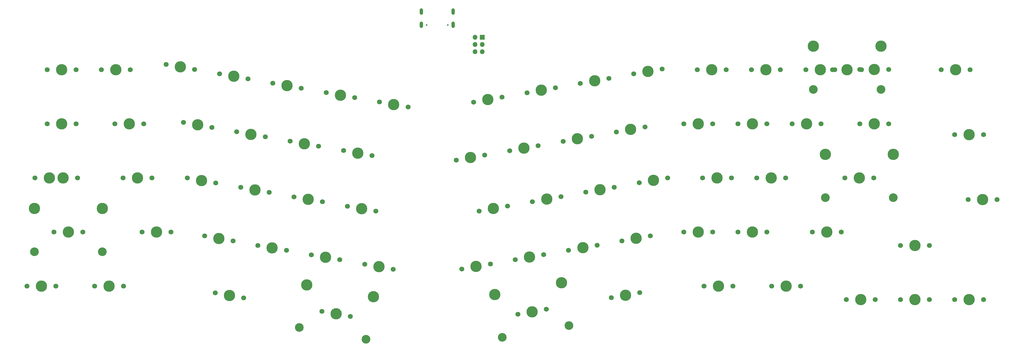
<source format=gts>
G04 #@! TF.GenerationSoftware,KiCad,Pcbnew,(5.1.6)-1*
G04 #@! TF.CreationDate,2020-08-21T11:05:10+09:00*
G04 #@! TF.ProjectId,trifecta,74726966-6563-4746-912e-6b696361645f,rev?*
G04 #@! TF.SameCoordinates,Original*
G04 #@! TF.FileFunction,Soldermask,Top*
G04 #@! TF.FilePolarity,Negative*
%FSLAX46Y46*%
G04 Gerber Fmt 4.6, Leading zero omitted, Abs format (unit mm)*
G04 Created by KiCad (PCBNEW (5.1.6)-1) date 2020-08-21 11:05:10*
%MOMM*%
%LPD*%
G01*
G04 APERTURE LIST*
%ADD10O,1.700000X1.700000*%
%ADD11R,1.700000X1.700000*%
%ADD12C,3.987800*%
%ADD13C,1.750000*%
%ADD14O,1.200000X2.300000*%
%ADD15C,0.600000*%
%ADD16C,3.048000*%
G04 APERTURE END LIST*
D10*
X154924760Y-3098800D03*
X157464760Y-3098800D03*
X154924760Y-558800D03*
X157464760Y-558800D03*
X154924760Y1981200D03*
D11*
X157464760Y1981200D03*
D12*
X153300000Y-40400000D03*
D13*
X148297177Y-41282133D03*
X158302823Y-39517867D03*
D14*
X136074000Y6415200D03*
X147224000Y6415200D03*
X136074000Y11015200D03*
X147224000Y11015200D03*
D15*
X137899000Y6335200D03*
X145399000Y6335200D03*
D12*
X285781250Y-9434746D03*
D13*
X280701250Y-9434746D03*
X290861250Y-9434746D03*
D16*
X273875000Y-16419746D03*
X297687500Y-16419746D03*
D12*
X273875000Y-1179746D03*
X297687500Y-1179746D03*
X240061250Y-47534746D03*
D13*
X234981250Y-47534746D03*
X245141250Y-47534746D03*
D12*
X240537500Y-85634746D03*
D13*
X235457500Y-85634746D03*
X245617500Y-85634746D03*
D12*
X5256250Y-47531250D03*
D13*
X176250Y-47531250D03*
X10336250Y-47531250D03*
D12*
X295306250Y-28484746D03*
D13*
X290226250Y-28484746D03*
X300386250Y-28484746D03*
D12*
X295341920Y-9407640D03*
D13*
X290261920Y-9407640D03*
X300421920Y-9407640D03*
D12*
X276383360Y-9417800D03*
D13*
X271303360Y-9417800D03*
X281463360Y-9417800D03*
D12*
X333447000Y-55188600D03*
D13*
X328367000Y-55188600D03*
X338527000Y-55188600D03*
D12*
X328671800Y-32328600D03*
D13*
X323591800Y-32328600D03*
X333751800Y-32328600D03*
D12*
X323947400Y-9468600D03*
D13*
X318867400Y-9468600D03*
X329027400Y-9468600D03*
D12*
X290067500Y-47534746D03*
D13*
X284987500Y-47534746D03*
X295147500Y-47534746D03*
D16*
X278161250Y-54519746D03*
X301973750Y-54519746D03*
D12*
X278161250Y-39279746D03*
X301973750Y-39279746D03*
X207863325Y-88846345D03*
D13*
X202860502Y-89728478D03*
X212866148Y-87964212D03*
D12*
X175018253Y-94701840D03*
D13*
X170015430Y-95583973D03*
X180021076Y-93819707D03*
D16*
X164505818Y-103648221D03*
X187956553Y-99513224D03*
D12*
X161859420Y-88639751D03*
X185310155Y-84504753D03*
X211586121Y-68812758D03*
D13*
X206583298Y-69694891D03*
X216588944Y-67930625D03*
D12*
X192825534Y-72120756D03*
D13*
X187822711Y-73002889D03*
X197828357Y-71238623D03*
D12*
X174064946Y-75428754D03*
D13*
X169062123Y-76310887D03*
X179067769Y-74546621D03*
D12*
X155304358Y-78736751D03*
D13*
X150301535Y-79618884D03*
X160307181Y-77854618D03*
D12*
X217658417Y-48398172D03*
D13*
X212655594Y-49280305D03*
X222661240Y-47516039D03*
D12*
X198897830Y-51706169D03*
D13*
X193895007Y-52588302D03*
X203900653Y-50824036D03*
D12*
X180125000Y-55025000D03*
D13*
X175122177Y-55907133D03*
X185127823Y-54142867D03*
D12*
X161376654Y-58322165D03*
D13*
X156373831Y-59204298D03*
X166379477Y-57440032D03*
D12*
X209660273Y-30464583D03*
D13*
X204657450Y-31346716D03*
X214663096Y-29582450D03*
D12*
X190899685Y-33772581D03*
D13*
X185896862Y-34654714D03*
X195902508Y-32890448D03*
D12*
X172139097Y-37080579D03*
D13*
X167136274Y-37962712D03*
X177141920Y-36198446D03*
D12*
X215732569Y-10049997D03*
D13*
X210729746Y-10932130D03*
X220735392Y-9167864D03*
D12*
X196971981Y-13357994D03*
D13*
X191969158Y-14240127D03*
X201974804Y-12475861D03*
D12*
X178211393Y-16665992D03*
D13*
X173208570Y-17548125D03*
X183214216Y-15783859D03*
D12*
X159450806Y-19973990D03*
D13*
X154447983Y-20856123D03*
X164453629Y-19091857D03*
D12*
X106052675Y-95430345D03*
D13*
X101049852Y-94548212D03*
X111055498Y-96312478D03*
D16*
X93114375Y-100241729D03*
X116565110Y-104376726D03*
D12*
X95760773Y-85233258D03*
X119211508Y-89368256D03*
X68568440Y-88914097D03*
D13*
X63565617Y-88031964D03*
X73571263Y-89796230D03*
D12*
X121118554Y-78806004D03*
D13*
X116115731Y-77923871D03*
X126121377Y-79688137D03*
D12*
X102357966Y-75498006D03*
D13*
X97355143Y-74615873D03*
X107360789Y-76380139D03*
D12*
X83597379Y-72190008D03*
D13*
X78594556Y-71307875D03*
X88600202Y-73072141D03*
D12*
X64836791Y-68882010D03*
D13*
X59833968Y-67999877D03*
X69839614Y-69764143D03*
D12*
X115046258Y-58391417D03*
D13*
X110043435Y-57509284D03*
X120049081Y-59273550D03*
D12*
X96285670Y-55083419D03*
D13*
X91282847Y-54201286D03*
X101288493Y-55965552D03*
D12*
X77525083Y-51775422D03*
D13*
X72522260Y-50893289D03*
X82527906Y-52657555D03*
D12*
X58764495Y-48467424D03*
D13*
X53761672Y-47585291D03*
X63767318Y-49349557D03*
D12*
X113664109Y-38803830D03*
D13*
X108661286Y-37921697D03*
X118666932Y-39685963D03*
D12*
X94903521Y-35495832D03*
D13*
X89900698Y-34613699D03*
X99906344Y-36377965D03*
D12*
X76142934Y-32187834D03*
D13*
X71140111Y-31305701D03*
X81145757Y-33069967D03*
D12*
X57382346Y-28879837D03*
D13*
X52379523Y-27997704D03*
X62385169Y-29761970D03*
D12*
X126352401Y-21697241D03*
D13*
X121349578Y-20815108D03*
X131355224Y-22579374D03*
D12*
X107591813Y-18389243D03*
D13*
X102588990Y-17507110D03*
X112594636Y-19271376D03*
D12*
X88831225Y-15081246D03*
D13*
X83828402Y-14199113D03*
X93834048Y-15963379D03*
D12*
X70070638Y-11773248D03*
D13*
X65067815Y-10891115D03*
X75073461Y-12655381D03*
D12*
X51310050Y-8465250D03*
D13*
X46307227Y-7583117D03*
X56312873Y-9347383D03*
D12*
X328643750Y-90397246D03*
D13*
X323563750Y-90397246D03*
X333723750Y-90397246D03*
D12*
X309593750Y-90397246D03*
D13*
X304513750Y-90397246D03*
X314673750Y-90397246D03*
D12*
X290543750Y-90397246D03*
D13*
X285463750Y-90397246D03*
X295623750Y-90397246D03*
D12*
X264350000Y-85634746D03*
D13*
X259270000Y-85634746D03*
X269430000Y-85634746D03*
D12*
X26225000Y-85634746D03*
D13*
X21145000Y-85634746D03*
X31305000Y-85634746D03*
D12*
X2412500Y-85634746D03*
D13*
X-2667500Y-85634746D03*
X7492500Y-85634746D03*
D12*
X309593750Y-71347246D03*
D13*
X304513750Y-71347246D03*
X314673750Y-71347246D03*
D12*
X278637500Y-66584746D03*
D13*
X273557500Y-66584746D03*
X283717500Y-66584746D03*
D12*
X252443750Y-66584746D03*
D13*
X247363750Y-66584746D03*
X257523750Y-66584746D03*
D12*
X233393750Y-66584746D03*
D13*
X228313750Y-66584746D03*
X238473750Y-66584746D03*
D12*
X42893750Y-66584746D03*
D13*
X37813750Y-66584746D03*
X47973750Y-66584746D03*
D12*
X11937500Y-66584746D03*
D13*
X6857500Y-66584746D03*
X17017500Y-66584746D03*
D16*
X31250Y-73569746D03*
X23843750Y-73569746D03*
D12*
X31250Y-58329746D03*
X23843750Y-58329746D03*
X259111250Y-47534746D03*
D13*
X254031250Y-47534746D03*
X264191250Y-47534746D03*
D12*
X36226250Y-47534746D03*
D13*
X31146250Y-47534746D03*
X41306250Y-47534746D03*
D12*
X10032500Y-47534746D03*
D13*
X4952500Y-47534746D03*
X15112500Y-47534746D03*
D12*
X271493750Y-28484746D03*
D13*
X266413750Y-28484746D03*
X276573750Y-28484746D03*
D12*
X252443750Y-28484746D03*
D13*
X247363750Y-28484746D03*
X257523750Y-28484746D03*
D12*
X233393750Y-28484746D03*
D13*
X228313750Y-28484746D03*
X238473750Y-28484746D03*
D12*
X33368750Y-28484746D03*
D13*
X28288750Y-28484746D03*
X38448750Y-28484746D03*
D12*
X9556250Y-28484746D03*
D13*
X4476250Y-28484746D03*
X14636250Y-28484746D03*
D12*
X257206250Y-9434746D03*
D13*
X252126250Y-9434746D03*
X262286250Y-9434746D03*
D12*
X238156250Y-9434746D03*
D13*
X233076250Y-9434746D03*
X243236250Y-9434746D03*
D12*
X28606250Y-9434746D03*
D13*
X23526250Y-9434746D03*
X33686250Y-9434746D03*
D12*
X9556250Y-9434746D03*
D13*
X4476250Y-9434746D03*
X14636250Y-9434746D03*
M02*

</source>
